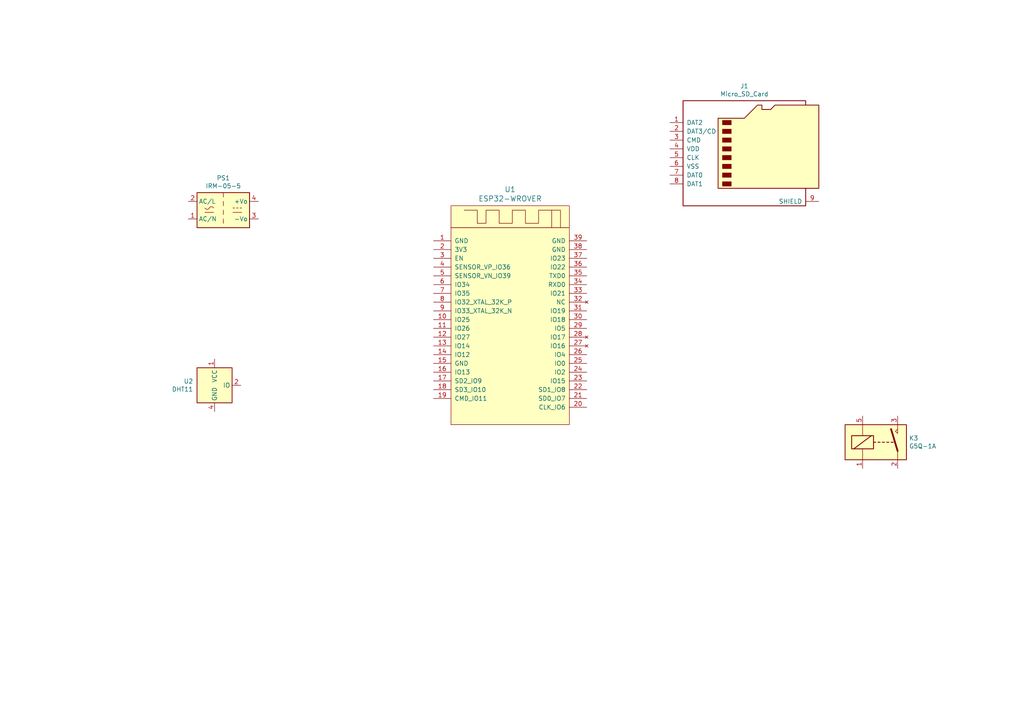
<source format=kicad_sch>
(kicad_sch (version 20211123) (generator eeschema)
  (paper "A4")
  (lib_symbols
    (symbol "Connector:Micro_SD_Card" (pin_names (offset 1.016))
      (property "Reference" "J" (at -16.51 15.24 0))
      (property "Value" "Micro_SD_Card" (at 16.51 15.24 0))
      (symbol "Micro_SD_Card_0_1"
        (rectangle (start -7.62 -9.525) (end -5.08 -10.795) (fill (type outline)))
        (rectangle (start -7.62 -6.985) (end -5.08 -8.255) (fill (type outline)))
        (rectangle (start -7.62 -4.445) (end -5.08 -5.715) (fill (type outline)))
        (rectangle (start -7.62 -1.905) (end -5.08 -3.175) (fill (type outline)))
        (rectangle (start -7.62 0.635) (end -5.08 -0.635) (fill (type outline)))
        (rectangle (start -7.62 3.175) (end -5.08 1.905) (fill (type outline)))
        (rectangle (start -7.62 5.715) (end -5.08 4.445) (fill (type outline)))
        (rectangle (start -7.62 8.255) (end -5.08 6.985) (fill (type outline)))
        (polyline (pts (xy 16.51 12.7) (xy 16.51 13.97) (xy -19.05 13.97) (xy -19.05 -16.51) (xy 16.51 -16.51) (xy 16.51 -11.43)) (stroke (width 0.254)))
        (polyline (pts (xy -8.89 -11.43) (xy -8.89 8.89) (xy -1.27 8.89) (xy 2.54 12.7) (xy 3.81 12.7) (xy 3.81 11.43) (xy 6.35 11.43) (xy 7.62 12.7) (xy 20.32 12.7) (xy 20.32 -11.43) (xy -8.89 -11.43)) (stroke (width 0.254)) (fill (type background)))
      )
      (symbol "Micro_SD_Card_1_1"
        (pin bidirectional line (at -22.86 7.62 0) (length 3.81) (name "DAT2") (number "1"))
        (pin bidirectional line (at -22.86 5.08 0) (length 3.81) (name "DAT3/CD") (number "2"))
        (pin input line (at -22.86 2.54 0) (length 3.81) (name "CMD") (number "3"))
        (pin power_in line (at -22.86 0 0) (length 3.81) (name "VDD") (number "4"))
        (pin input line (at -22.86 -2.54 0) (length 3.81) (name "CLK") (number "5"))
        (pin power_in line (at -22.86 -5.08 0) (length 3.81) (name "VSS") (number "6"))
        (pin bidirectional line (at -22.86 -7.62 0) (length 3.81) (name "DAT0") (number "7"))
        (pin bidirectional line (at -22.86 -10.16 0) (length 3.81) (name "DAT1") (number "8"))
        (pin passive line (at 20.32 -15.24 180) (length 3.81) (name "SHIELD") (number "9"))
      )
    )
    (symbol "Converter_ACDC:IRM-05-5"
      (property "Reference" "PS" (at 0 6.35 0))
      (property "Value" "IRM-05-5" (at 0 -6.35 0))
      (symbol "IRM-05-5_0_1"
        (rectangle (start -7.62 5.08) (end 7.62 -5.08) (stroke (width 0.254)) (fill (type background)))
        (arc (start -5.334 0.635) (mid -4.699 0.2495) (end -4.064 0.635))
        (arc (start -2.794 0.635) (mid -3.429 1.0072) (end -4.064 0.635))
        (polyline (pts (xy -5.334 -0.635) (xy -2.794 -0.635)))
        (polyline (pts (xy 0 -2.54) (xy 0 -3.81)))
        (polyline (pts (xy 0 0) (xy 0 -1.27)))
        (polyline (pts (xy 0 2.54) (xy 0 1.27)))
        (polyline (pts (xy 0 5.08) (xy 0 3.81)))
        (polyline (pts (xy 2.794 -0.635) (xy 5.334 -0.635)))
        (polyline (pts (xy 2.794 0.635) (xy 3.302 0.635)))
        (polyline (pts (xy 3.81 0.635) (xy 4.318 0.635)))
        (polyline (pts (xy 4.826 0.635) (xy 5.334 0.635)))
      )
      (symbol "IRM-05-5_1_1"
        (pin power_in line (at -10.16 -2.54 0) (length 2.54) (name "AC/N") (number "1"))
        (pin power_in line (at -10.16 2.54 0) (length 2.54) (name "AC/L") (number "2"))
        (pin power_out line (at 10.16 -2.54 180) (length 2.54) (name "-Vo") (number "3"))
        (pin power_out line (at 10.16 2.54 180) (length 2.54) (name "+Vo") (number "4"))
      )
    )
    (symbol "PianoKlima-rescue:ESP32-WROVER-esp32-wrover" (pin_names (offset 1.016))
      (property "Reference" "U" (at -15.24 -33.02 0))
      (property "Value" "ESP32-WROVER-esp32-wrover" (at 6.35 -33.02 0))
      (symbol "ESP32-WROVER-esp32-wrover_0_1"
        (rectangle (start -17.78 22.86) (end 16.51 -34.29) (fill (type background)))
        (rectangle (start -17.78 29.21) (end 16.51 22.86) (fill (type background)))
        (polyline (pts (xy 11.43 27.94) (xy 13.97 27.94) (xy 13.97 22.86)))
        (polyline (pts (xy -13.97 27.94) (xy -10.16 27.94) (xy -10.16 24.13) (xy -7.62 24.13) (xy -7.62 27.94) (xy -3.81 27.94) (xy -3.81 24.13) (xy 0 24.13) (xy 0 27.94) (xy 3.81 27.94) (xy 3.81 24.13) (xy 7.62 24.13) (xy 7.62 27.94) (xy 11.43 27.94) (xy 11.43 22.86)))
      )
      (symbol "ESP32-WROVER-esp32-wrover_1_1"
        (pin power_in line (at -22.86 19.05 0) (length 5.08) (name "GND") (number "1"))
        (pin bidirectional line (at -22.86 -3.81 0) (length 5.08) (name "IO25") (number "10"))
        (pin bidirectional line (at -22.86 -6.35 0) (length 5.08) (name "IO26") (number "11"))
        (pin bidirectional line (at -22.86 -8.89 0) (length 5.08) (name "IO27") (number "12"))
        (pin bidirectional line (at -22.86 -11.43 0) (length 5.08) (name "IO14") (number "13"))
        (pin bidirectional line (at -22.86 -13.97 0) (length 5.08) (name "IO12") (number "14"))
        (pin power_in line (at -22.86 -16.51 0) (length 5.08) (name "GND") (number "15"))
        (pin bidirectional line (at -22.86 -19.05 0) (length 5.08) (name "IO13") (number "16"))
        (pin bidirectional line (at -22.86 -21.59 0) (length 5.08) (name "SD2_IO9") (number "17"))
        (pin bidirectional line (at -22.86 -24.13 0) (length 5.08) (name "SD3_IO10") (number "18"))
        (pin bidirectional line (at -22.86 -26.67 0) (length 5.08) (name "CMD_IO11") (number "19"))
        (pin power_in line (at -22.86 16.51 0) (length 5.08) (name "3V3") (number "2"))
        (pin bidirectional line (at 21.59 -29.21 180) (length 5.08) (name "CLK_IO6") (number "20"))
        (pin bidirectional line (at 21.59 -26.67 180) (length 5.08) (name "SD0_IO7") (number "21"))
        (pin bidirectional line (at 21.59 -24.13 180) (length 5.08) (name "SD1_IO8") (number "22"))
        (pin bidirectional line (at 21.59 -21.59 180) (length 5.08) (name "IO15") (number "23"))
        (pin bidirectional line (at 21.59 -19.05 180) (length 5.08) (name "IO2") (number "24"))
        (pin bidirectional line (at 21.59 -16.51 180) (length 5.08) (name "IO0") (number "25"))
        (pin bidirectional line (at 21.59 -13.97 180) (length 5.08) (name "IO4") (number "26"))
        (pin no_connect line (at 21.59 -11.43 180) (length 5.08) (name "IO16") (number "27"))
        (pin no_connect line (at 21.59 -8.89 180) (length 5.08) (name "IO17") (number "28"))
        (pin bidirectional line (at 21.59 -6.35 180) (length 5.08) (name "IO5") (number "29"))
        (pin input line (at -22.86 13.97 0) (length 5.08) (name "EN") (number "3"))
        (pin bidirectional line (at 21.59 -3.81 180) (length 5.08) (name "IO18") (number "30"))
        (pin bidirectional line (at 21.59 -1.27 180) (length 5.08) (name "IO19") (number "31"))
        (pin no_connect line (at 21.59 1.27 180) (length 5.08) (name "NC") (number "32"))
        (pin bidirectional line (at 21.59 3.81 180) (length 5.08) (name "IO21") (number "33"))
        (pin input line (at 21.59 6.35 180) (length 5.08) (name "RXD0") (number "34"))
        (pin output line (at 21.59 8.89 180) (length 5.08) (name "TXD0") (number "35"))
        (pin bidirectional line (at 21.59 11.43 180) (length 5.08) (name "IO22") (number "36"))
        (pin bidirectional line (at 21.59 13.97 180) (length 5.08) (name "IO23") (number "37"))
        (pin power_in line (at 21.59 16.51 180) (length 5.08) (name "GND") (number "38"))
        (pin power_in line (at 21.59 19.05 180) (length 5.08) (name "GND") (number "39"))
        (pin input line (at -22.86 11.43 0) (length 5.08) (name "SENSOR_VP_IO36") (number "4"))
        (pin input line (at -22.86 8.89 0) (length 5.08) (name "SENSOR_VN_IO39") (number "5"))
        (pin input line (at -22.86 6.35 0) (length 5.08) (name "IO34") (number "6"))
        (pin input line (at -22.86 3.81 0) (length 5.08) (name "IO35") (number "7"))
        (pin bidirectional line (at -22.86 1.27 0) (length 5.08) (name "IO32_XTAL_32K_P") (number "8"))
        (pin bidirectional line (at -22.86 -1.27 0) (length 5.08) (name "IO33_XTAL_32K_N") (number "9"))
      )
    )
    (symbol "Relay:G5Q-1A"
      (property "Reference" "K" (at 8.89 3.81 0))
      (property "Value" "G5Q-1A" (at 8.89 1.27 0))
      (symbol "G5Q-1A_0_0"
        (polyline (pts (xy 5.08 5.08) (xy 5.08 2.54) (xy 4.445 3.175) (xy 5.08 3.81)))
      )
      (symbol "G5Q-1A_0_1"
        (rectangle (start -10.16 5.08) (end 7.62 -5.08) (stroke (width 0.254)) (fill (type background)))
        (rectangle (start -8.255 1.905) (end -1.905 -1.905) (stroke (width 0.254)))
        (polyline (pts (xy -7.62 -1.905) (xy -2.54 1.905)) (stroke (width 0.254)))
        (polyline (pts (xy -5.08 -5.08) (xy -5.08 -1.905)))
        (polyline (pts (xy -5.08 5.08) (xy -5.08 1.905)))
        (polyline (pts (xy -1.905 0) (xy -1.27 0)) (stroke (width 0.254)))
        (polyline (pts (xy -0.635 0) (xy 0 0)) (stroke (width 0.254)))
        (polyline (pts (xy 0.635 0) (xy 1.27 0)) (stroke (width 0.254)))
        (polyline (pts (xy 1.905 0) (xy 2.54 0)) (stroke (width 0.254)))
        (polyline (pts (xy 3.175 0) (xy 3.81 0)) (stroke (width 0.254)))
        (polyline (pts (xy 5.08 -2.54) (xy 3.175 3.81)) (stroke (width 0.508)))
        (polyline (pts (xy 5.08 -2.54) (xy 5.08 -5.08)))
      )
      (symbol "G5Q-1A_1_1"
        (pin passive line (at -5.08 -7.62 90) (length 2.54) (name "~") (number "1"))
        (pin passive line (at 5.08 -7.62 90) (length 2.54) (name "~") (number "2"))
        (pin passive line (at 5.08 7.62 270) (length 2.54) (name "~") (number "3"))
        (pin passive line (at -5.08 7.62 270) (length 2.54) (name "~") (number "5"))
      )
    )
    (symbol "Sensor:DHT11"
      (property "Reference" "U" (at -3.81 6.35 0))
      (property "Value" "DHT11" (at 3.81 6.35 0))
      (symbol "DHT11_0_1"
        (rectangle (start -5.08 5.08) (end 5.08 -5.08) (stroke (width 0.254)) (fill (type background)))
      )
      (symbol "DHT11_1_1"
        (pin power_in line (at 0 7.62 270) (length 2.54) (name "VCC") (number "1"))
        (pin bidirectional line (at 7.62 0 180) (length 2.54) (name "IO") (number "2"))
        (pin no_connect line (at -5.08 0 0) (length 2.54) hide (name "NC") (number "3"))
        (pin power_in line (at 0 -7.62 90) (length 2.54) (name "GND") (number "4"))
      )
    )
  )
  (symbol (lib_id "PianoKlima-rescue:ESP32-WROVER-esp32-wrover") (at 148.59 88.9 0) (unit 1)
    (property "Reference" "U1" (at 147.955 54.9402 0) (effects (font (size 1.524 1.524))))
    (property "Value" "ESP32-WROVER" (at 147.955 57.6326 0) (effects (font (size 1.524 1.524))))
    (property "Footprint" "ESP32-WROVER-B__16MB:XCVR_ESP32-WROVER-B_(16MB)" (effects hide))
  )
  (symbol (lib_id "Converter_ACDC:IRM-05-5") (at 64.77 60.96 0) (unit 1)
    (property "Reference" "PS1" (at 64.77 51.6382 0))
    (property "Value" "IRM-05-5" (at 64.77 53.9496 0))
    (property "Footprint" "Converter_ACDC:Converter_ACDC_MeanWell_IRM-05-xx_THT" (effects hide))
    (property "Datasheet" "https://www.meanwell.com/Upload/PDF/IRM-05/IRM-05-SPEC.PDF" (effects hide))
  )
  (symbol (lib_id "Relay:G5Q-1A") (at 255.27 128.27 0) (unit 1)
    (property "Reference" "K3" (at 263.652 127.1016 0) (effects (justify left)))
    (property "Value" "G5Q-1A" (at 263.652 129.413 0) (effects (justify left)))
    (property "Footprint" "Relay_THT:Relay_SPST_Omron-G5Q-1A" (effects hide))
    (property "Datasheet" "https://www.omron.com/ecb/products/pdf/en-g5q.pdf" (effects hide))
  )
  (symbol (lib_id "Sensor:DHT11") (at 62.23 111.76 0) (unit 1)
    (property "Reference" "U2" (at 56.0324 110.5916 0) (effects (justify right)))
    (property "Value" "DHT11" (at 56.0324 112.903 0) (effects (justify right)))
    (property "Footprint" "Sensor:Aosong_DHT11_5.5x12.0_P2.54mm" (effects hide))
    (property "Datasheet" "http://akizukidenshi.com/download/ds/aosong/DHT11.pdf" (effects hide))
  )
  (symbol (lib_id "Connector:Micro_SD_Card") (at 217.17 43.18 0) (unit 1)
    (property "Reference" "J1" (at 215.9 24.9682 0))
    (property "Value" "Micro_SD_Card" (at 215.9 27.2796 0))
    (property "Datasheet" "http://katalog.we-online.de/em/datasheet/693072010801.pdf" (effects hide))
  )
)
</source>
